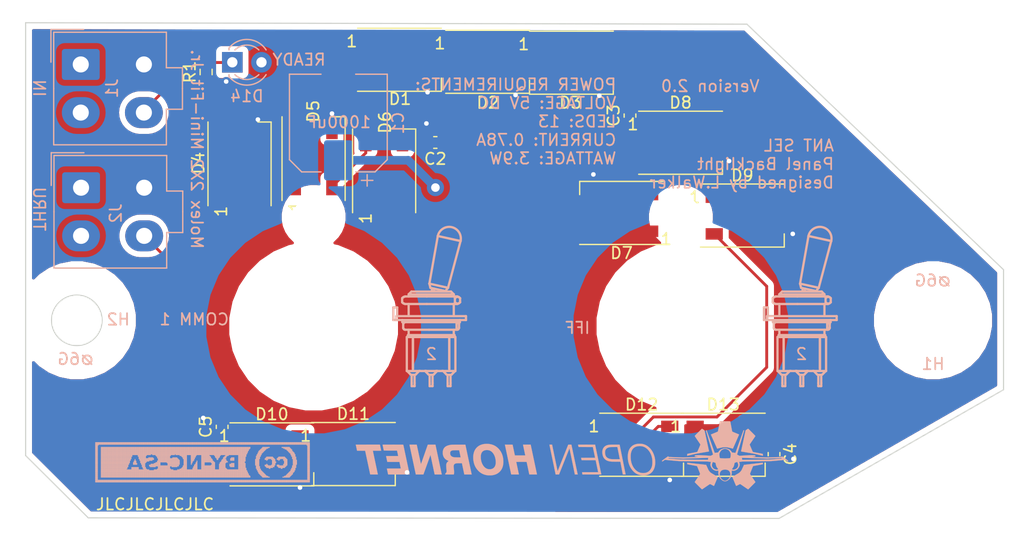
<source format=kicad_pcb>
(kicad_pcb (version 20171130) (host pcbnew "(5.1.6)-1")
  (layers (0 F.Cu signal) (31 B.Cu signal) (34 B.Paste user hide) (35 F.Paste user hide) (36 B.SilkS user) (37 F.SilkS user) (38 B.Mask user hide) (39 F.Mask user hide) (44 Edge.Cuts user))
  (net 0 "")
  (net 1 "Net-(D1-Pad2)")
  (net 2 "Net-(D2-Pad2)")
  (net 3 "Net-(D3-Pad2)")
  (net 4 "Net-(D4-Pad2)")
  (net 5 "Net-(D5-Pad2)")
  (net 6 "Net-(D6-Pad2)")
  (net 7 "Net-(D7-Pad2)")
  (net 8 "Net-(D8-Pad2)")
  (net 9 "Net-(D10-Pad4)")
  (net 10 "Net-(D10-Pad2)")
  (net 11 "Net-(D11-Pad2)")
  (net 12 "Net-(D12-Pad2)")
  (net 13 /LEDGND)
  (net 14 /LED+5V)
  (net 15 "Net-(D14-Pad1)")
  (net 16 /DATAIN)
  (net 17 /DATAOUT)
  (module OH_Backlighting:Molex_Mini-Fit_Jr_5566-04A_2x02_P4.20mm_Vertical (layer B.Cu) (at 82.43062 52.68976 270)
    (fp_text reference J2 (at 2.23524 -3.01938 90) (layer B.SilkS) (effects (justify mirror)))
    (fp_text value Conn_01x04_Female)
    (pad 4 thru_hole oval (at 4.2 -5.5 270) (size 2.7 3.3) (drill 1.4) (layers *.Cu *.Mask) (net 17 /DATAOUT))
    (pad 3 thru_hole oval (at 0 -5.5 270) (size 2.7 3.3) (drill 1.4) (layers *.Cu *.Mask) (net 13 /LEDGND))
    (pad 2 thru_hole oval (at 4.2 0 270) (size 2.7 3.3) (drill 1.4) (layers *.Cu *.Mask) (net 14 /LED+5V))
    (pad 1 thru_hole roundrect (at 0 0 270) (size 2.7 3.3) (drill 1.4) (layers *.Cu *.Mask) (roundrect_rratio 0.09259299999999999) (net 14 /LED+5V))
  )
  (module OH_Backlighting:Molex_Mini-Fit_Jr_5566-04A_2x02_P4.20mm_Vertical (layer B.Cu) (at 82.40522 41.93794 270)
    (fp_text reference J1 (at 2.08706 -2.71978 90) (layer B.SilkS) (effects (justify mirror)))
    (fp_text value Conn_01x04_Female)
    (pad 4 thru_hole oval (at 4.2 -5.5 270) (size 2.7 3.3) (drill 1.4) (layers *.Cu *.Mask) (net 16 /DATAIN))
    (pad 3 thru_hole oval (at 0 -5.5 270) (size 2.7 3.3) (drill 1.4) (layers *.Cu *.Mask) (net 13 /LEDGND))
    (pad 2 thru_hole oval (at 4.2 0 270) (size 2.7 3.3) (drill 1.4) (layers *.Cu *.Mask) (net 14 /LED+5V))
    (pad 1 thru_hole roundrect (at 0 0 270) (size 2.7 3.3) (drill 1.4) (layers *.Cu *.Mask) (roundrect_rratio 0.09259299999999999) (net 14 /LED+5V))
  )
  (module OH_General:CC-NC-SA_18mm_x_3.5mm (layer B.Cu) (at 102.362 74.88682 180)
    (fp_text reference CC-NC-SA_18mm_x_3.5mm hide)
    (fp_text value "" (at 0 0) (layer B.SilkS) (effects (font (size 1.27 1.27)) (justify mirror)))
  )
  (module OH_Backlighting:OH_Panel_6-32_PHS (layer F.Cu) (at 82.06057 64.255673)
    (fp_text reference 1 hide)
    (fp_text value OH_Panel_Fastner_Keepout hide)
    (fp_text user H2 (at 3.61363 -0.074953) (layer B.SilkS) (effects (justify mirror)))
    (fp_text user ⌀6G (at -0.07699 3.371827) (layer B.SilkS) (effects (justify mirror)))
    (pad "" np_thru_hole circle (at 0 0) (size 4.3 4.3) (drill 4.3) (layers *.Cu *.Mask) (clearance 3))
  )
  (module OH_Backlighting:OH_Panel_6-32_PHS (layer F.Cu) (at 156.67307 64.255673)
    (fp_text reference 2 hide)
    (fp_text value OH_Panel_Fastner_Keepout hide)
    (fp_text user H1 (at 0 3.81) (layer B.SilkS) (effects (justify mirror)))
    (fp_text user ⌀6G (at 0.00429 -3.473473) (layer B.SilkS) (effects (justify mirror)))
    (pad "" np_thru_hole circle (at 0 0) (size 4.3 4.3) (drill 4.3) (layers *.Cu *.Mask) (clearance 3))
  )
  (module OH_Backlighting:100SPX_Toggle_13mm_x_18mm (layer F.Cu) (at 102.69807 64.763673 180)
    (fp_text reference 4 hide)
    (fp_text value 100SPX_Toggle_13mm_x_18mm hide)
    (pad "" np_thru_hole circle (at 0 0 180) (size 12.7 12.7) (drill 12.7) (layers *.Mask B.Cu) (clearance 3))
    (pad "" np_thru_hole circle (at 0 0 180) (size 12.7 12.7) (drill 12.7) (layers *.Mask F.Cu) (clearance 1))
    (pad "" np_thru_hole circle (at 0 9.525 180) (size 3.572 3.572) (drill 3.572) (layers *.Cu *.Mask) (clearance 1))
  )
  (module OH_Backlighting:100SPX_Toggle_13mm_x_18mm (layer F.Cu) (at 134.70207 64.763673 180)
    (fp_text reference 3 hide)
    (fp_text value 100SPX_Toggle_13mm_x_18mm hide)
    (pad "" np_thru_hole circle (at 0 9.525 180) (size 3.572 3.572) (drill 3.572) (layers *.Cu *.Mask) (clearance 1))
    (pad "" np_thru_hole circle (at 0 0 180) (size 12.7 12.7) (drill 12.7) (layers *.Mask F.Cu) (clearance 1))
    (pad "" np_thru_hole circle (at 0 0 180) (size 12.7 12.7) (drill 12.7) (layers *.Mask B.Cu) (clearance 3))
  )
  (module Resistor_SMD:R_0603_1608Metric (layer F.Cu) (at 93.32722 42.5953 90)
    (fp_text reference R1 (at 0 -1.43 90) (layer F.SilkS))
    (fp_text value R)
    (pad 2 smd roundrect (at 0.825 0 90) (size 0.8 0.95) (layers F.Cu F.Paste F.Mask) (net 15 "Net-(D14-Pad1)"))
    (pad 1 smd roundrect (at -0.825 0 90) (size 0.8 0.95) (layers F.Cu F.Paste F.Mask) (net 13 /LEDGND))
  )
  (module Capacitor_SMD:C_0603_1608Metric (layer F.Cu) (at 94.72422 73.54794 90)
    (fp_text reference C5 (at 0 -1.43 90) (layer F.SilkS))
    (fp_text value C)
    (pad 2 smd roundrect (at 0.775 0 90) (size 0.9 0.95) (layers F.Cu F.Paste F.Mask) (net 13 /LEDGND))
    (pad 1 smd roundrect (at -0.775 0 90) (size 0.9 0.95) (layers F.Cu F.Paste F.Mask) (net 14 /LED+5V))
  )
  (module Capacitor_SMD:C_0603_1608Metric (layer F.Cu) (at 142.81658 75.92792 270)
    (fp_text reference C4 (at 0 -1.43 90) (layer F.SilkS))
    (fp_text value C)
    (pad 2 smd roundrect (at 0.775 0 270) (size 0.9 0.95) (layers F.Cu F.Paste F.Mask) (net 13 /LEDGND))
    (pad 1 smd roundrect (at -0.775 0 270) (size 0.9 0.95) (layers F.Cu F.Paste F.Mask) (net 14 /LED+5V))
  )
  (module Capacitor_SMD:C_0603_1608Metric (layer F.Cu) (at 130.2639 46.39788 90)
    (fp_text reference C3 (at 0 -1.43 90) (layer F.SilkS))
    (fp_text value C)
    (pad 2 smd roundrect (at 0.775 0 90) (size 0.9 0.95) (layers F.Cu F.Paste F.Mask) (net 13 /LEDGND))
    (pad 1 smd roundrect (at -0.775 0 90) (size 0.9 0.95) (layers F.Cu F.Paste F.Mask) (net 14 /LED+5V))
  )
  (module Capacitor_SMD:C_0603_1608Metric (layer F.Cu) (at 113.29924 48.74514 180)
    (fp_text reference C2 (at 0 -1.43) (layer F.SilkS))
    (fp_text value C)
    (pad 2 smd roundrect (at 0.775 0 180) (size 0.9 0.95) (layers F.Cu F.Paste F.Mask) (net 13 /LEDGND))
    (pad 1 smd roundrect (at -0.775 0 180) (size 0.9 0.95) (layers F.Cu F.Paste F.Mask) (net 14 /LED+5V))
  )
  (module "OH KiCAD_Libraries:OH_LOGO_37.7mm_5.9mm" (layer B.Cu) (at 125.21438 76.02728 180)
    (fp_text reference G3 hide)
    (fp_text value LOGO hide)
  )
  (module "Kicad Footprint Files:100SpxToggle" (layer F.Cu) (at 145.75 64.4)
    (fp_text reference G2 hide)
    (fp_text value LOGO hide)
  )
  (module "Kicad Footprint Files:100SpxToggle" (layer F.Cu) (at 113.45 64.4)
    (fp_text reference G1 hide)
    (fp_text value LOGO hide)
  )
  (module LED_THT:LED_D3.0mm (layer B.Cu) (at 95.61 41.75)
    (fp_text reference D14 (at 1.27 2.96) (layer B.SilkS) (effects (justify mirror)))
    (fp_text value LED)
    (pad 2 thru_hole circle (at 2.54 0) (size 1.8 1.8) (drill 0.9) (layers *.Cu *.Mask) (net 14 /LED+5V))
    (pad 1 thru_hole rect (at 0 0) (size 1.8 1.8) (drill 0.9) (layers *.Cu *.Mask) (net 15 "Net-(D14-Pad1)"))
  )
  (module LED_SMD:LED_WS2812B_PLCC4_5.0x5.0mm_P3.2mm (layer F.Cu) (at 138.3912 75.1076)
    (fp_text reference D13 (at 0 -3.5) (layer F.SilkS))
    (fp_text value WS2812B)
    (fp_text user 1 (at -4.15 -1.6) (layer F.SilkS))
    (pad 1 smd rect (at -2.45 -1.6) (size 1.5 1) (layers F.Cu F.Paste F.Mask) (net 14 /LED+5V))
    (pad 2 smd rect (at -2.45 1.6) (size 1.5 1) (layers F.Cu F.Paste F.Mask) (net 17 /DATAOUT))
    (pad 4 smd rect (at 2.45 -1.6) (size 1.5 1) (layers F.Cu F.Paste F.Mask) (net 12 "Net-(D12-Pad2)"))
    (pad 3 smd rect (at 2.45 1.6) (size 1.5 1) (layers F.Cu F.Paste F.Mask) (net 13 /LEDGND))
  )
  (module LED_SMD:LED_WS2812B_PLCC4_5.0x5.0mm_P3.2mm (layer F.Cu) (at 131.2792 75.1076)
    (fp_text reference D12 (at 0 -3.5) (layer F.SilkS))
    (fp_text value WS2812B)
    (fp_text user 1 (at -4.15 -1.6) (layer F.SilkS))
    (pad 1 smd rect (at -2.45 -1.6) (size 1.5 1) (layers F.Cu F.Paste F.Mask) (net 14 /LED+5V))
    (pad 2 smd rect (at -2.45 1.6) (size 1.5 1) (layers F.Cu F.Paste F.Mask) (net 12 "Net-(D12-Pad2)"))
    (pad 4 smd rect (at 2.45 -1.6) (size 1.5 1) (layers F.Cu F.Paste F.Mask) (net 11 "Net-(D11-Pad2)"))
    (pad 3 smd rect (at 2.45 1.6) (size 1.5 1) (layers F.Cu F.Paste F.Mask) (net 13 /LEDGND))
  )
  (module LED_SMD:LED_WS2812B_PLCC4_5.0x5.0mm_P3.2mm (layer F.Cu) (at 106.1602 75.9204)
    (fp_text reference D11 (at 0 -3.5) (layer F.SilkS))
    (fp_text value WS2812B)
    (fp_text user 1 (at -4.15 -1.6) (layer F.SilkS))
    (pad 1 smd rect (at -2.45 -1.6) (size 1.5 1) (layers F.Cu F.Paste F.Mask) (net 14 /LED+5V))
    (pad 2 smd rect (at -2.45 1.6) (size 1.5 1) (layers F.Cu F.Paste F.Mask) (net 11 "Net-(D11-Pad2)"))
    (pad 4 smd rect (at 2.45 -1.6) (size 1.5 1) (layers F.Cu F.Paste F.Mask) (net 10 "Net-(D10-Pad2)"))
    (pad 3 smd rect (at 2.45 1.6) (size 1.5 1) (layers F.Cu F.Paste F.Mask) (net 13 /LEDGND))
  )
  (module LED_SMD:LED_WS2812B_PLCC4_5.0x5.0mm_P3.2mm (layer F.Cu) (at 99.0602 75.946)
    (fp_text reference D10 (at 0 -3.5) (layer F.SilkS))
    (fp_text value WS2812B)
    (fp_text user 1 (at -4.15 -1.6) (layer F.SilkS))
    (pad 1 smd rect (at -2.45 -1.6) (size 1.5 1) (layers F.Cu F.Paste F.Mask) (net 14 /LED+5V))
    (pad 2 smd rect (at -2.45 1.6) (size 1.5 1) (layers F.Cu F.Paste F.Mask) (net 10 "Net-(D10-Pad2)"))
    (pad 4 smd rect (at 2.45 -1.6) (size 1.5 1) (layers F.Cu F.Paste F.Mask) (net 9 "Net-(D10-Pad4)"))
    (pad 3 smd rect (at 2.45 1.6) (size 1.5 1) (layers F.Cu F.Paste F.Mask) (net 13 /LEDGND))
  )
  (module LED_SMD:LED_WS2812B_PLCC4_5.0x5.0mm_P3.2mm (layer F.Cu) (at 140.0552 55.118)
    (fp_text reference D9 (at 0 -3.5) (layer F.SilkS))
    (fp_text value WS2812B)
    (fp_text user 1 (at -4.15 -1.6) (layer F.SilkS))
    (pad 1 smd rect (at -2.45 -1.6) (size 1.5 1) (layers F.Cu F.Paste F.Mask) (net 14 /LED+5V))
    (pad 2 smd rect (at -2.45 1.6) (size 1.5 1) (layers F.Cu F.Paste F.Mask) (net 9 "Net-(D10-Pad4)"))
    (pad 4 smd rect (at 2.45 -1.6) (size 1.5 1) (layers F.Cu F.Paste F.Mask) (net 8 "Net-(D8-Pad2)"))
    (pad 3 smd rect (at 2.45 1.6) (size 1.5 1) (layers F.Cu F.Paste F.Mask) (net 13 /LEDGND))
  )
  (module LED_SMD:LED_WS2812B_PLCC4_5.0x5.0mm_P3.2mm (layer F.Cu) (at 134.6712 48.768)
    (fp_text reference D8 (at 0 -3.5) (layer F.SilkS))
    (fp_text value WS2812B)
    (fp_text user 1 (at -4.15 -1.6) (layer F.SilkS))
    (pad 1 smd rect (at -2.45 -1.6) (size 1.5 1) (layers F.Cu F.Paste F.Mask) (net 14 /LED+5V))
    (pad 2 smd rect (at -2.45 1.6) (size 1.5 1) (layers F.Cu F.Paste F.Mask) (net 8 "Net-(D8-Pad2)"))
    (pad 4 smd rect (at 2.45 -1.6) (size 1.5 1) (layers F.Cu F.Paste F.Mask) (net 7 "Net-(D7-Pad2)"))
    (pad 3 smd rect (at 2.45 1.6) (size 1.5 1) (layers F.Cu F.Paste F.Mask) (net 13 /LEDGND))
  )
  (module LED_SMD:LED_WS2812B_PLCC4_5.0x5.0mm_P3.2mm (layer F.Cu) (at 129.5282 54.8892 180)
    (fp_text reference D7 (at 0 -3.5) (layer F.SilkS))
    (fp_text value WS2812B)
    (fp_text user 1 (at -3.8968 -2.2858) (layer F.SilkS))
    (pad 1 smd rect (at -2.45 -1.6 180) (size 1.5 1) (layers F.Cu F.Paste F.Mask) (net 14 /LED+5V))
    (pad 2 smd rect (at -2.45 1.6 180) (size 1.5 1) (layers F.Cu F.Paste F.Mask) (net 7 "Net-(D7-Pad2)"))
    (pad 4 smd rect (at 2.45 -1.6 180) (size 1.5 1) (layers F.Cu F.Paste F.Mask) (net 6 "Net-(D6-Pad2)"))
    (pad 3 smd rect (at 2.45 1.6 180) (size 1.5 1) (layers F.Cu F.Paste F.Mask) (net 13 /LEDGND))
  )
  (module LED_SMD:LED_WS2812B_PLCC4_5.0x5.0mm_P3.2mm (layer F.Cu) (at 108.8392 51.218 90)
    (fp_text reference D6 (at 4.228 0.0764 90) (layer F.SilkS))
    (fp_text value WS2812B)
    (fp_text user 1 (at -4.15 -1.6 90) (layer F.SilkS))
    (pad 1 smd rect (at -2.45 -1.6 90) (size 1.5 1) (layers F.Cu F.Paste F.Mask) (net 14 /LED+5V))
    (pad 2 smd rect (at -2.45 1.6 90) (size 1.5 1) (layers F.Cu F.Paste F.Mask) (net 6 "Net-(D6-Pad2)"))
    (pad 4 smd rect (at 2.45 -1.6 90) (size 1.5 1) (layers F.Cu F.Paste F.Mask) (net 5 "Net-(D5-Pad2)"))
    (pad 3 smd rect (at 2.45 1.6 90) (size 1.5 1) (layers F.Cu F.Paste F.Mask) (net 13 /LEDGND))
  )
  (module LED_SMD:LED_WS2812B_PLCC4_5.0x5.0mm_P3.2mm (layer F.Cu) (at 102.6922 50.1512 90)
    (fp_text reference D5 (at 4.1264 -0.0252 90) (layer F.SilkS))
    (fp_text value WS2812B)
    (fp_text user 1 (at -4.15 -1.6 90) (layer F.SilkS))
    (pad 1 smd rect (at -2.45 -1.6 90) (size 1.5 1) (layers F.Cu F.Paste F.Mask) (net 14 /LED+5V))
    (pad 2 smd rect (at -2.45 1.6 90) (size 1.5 1) (layers F.Cu F.Paste F.Mask) (net 5 "Net-(D5-Pad2)"))
    (pad 4 smd rect (at 2.45 -1.6 90) (size 1.5 1) (layers F.Cu F.Paste F.Mask) (net 4 "Net-(D4-Pad2)"))
    (pad 3 smd rect (at 2.45 1.6 90) (size 1.5 1) (layers F.Cu F.Paste F.Mask) (net 13 /LEDGND))
  )
  (module LED_SMD:LED_WS2812B_PLCC4_5.0x5.0mm_P3.2mm (layer F.Cu) (at 96.2408 50.6084 90)
    (fp_text reference D4 (at 0.0624 -3.5816 90) (layer F.SilkS))
    (fp_text value WS2812B)
    (fp_text user 1 (at -4.15 -1.6 90) (layer F.SilkS))
    (pad 1 smd rect (at -2.45 -1.6 90) (size 1.5 1) (layers F.Cu F.Paste F.Mask) (net 14 /LED+5V))
    (pad 2 smd rect (at -2.45 1.6 90) (size 1.5 1) (layers F.Cu F.Paste F.Mask) (net 4 "Net-(D4-Pad2)"))
    (pad 4 smd rect (at 2.45 -1.6 90) (size 1.5 1) (layers F.Cu F.Paste F.Mask) (net 3 "Net-(D3-Pad2)"))
    (pad 3 smd rect (at 2.45 1.6 90) (size 1.5 1) (layers F.Cu F.Paste F.Mask) (net 13 /LEDGND))
  )
  (module LED_SMD:LED_WS2812B_PLCC4_5.0x5.0mm_P3.2mm (layer F.Cu) (at 125.1592 41.7828)
    (fp_text reference D3 (at -0.0842 3.4922) (layer F.SilkS))
    (fp_text value WS2812B)
    (fp_text user 1 (at -4.15 -1.6) (layer F.SilkS))
    (pad 1 smd rect (at -2.45 -1.6) (size 1.5 1) (layers F.Cu F.Paste F.Mask) (net 14 /LED+5V))
    (pad 2 smd rect (at -2.45 1.6) (size 1.5 1) (layers F.Cu F.Paste F.Mask) (net 3 "Net-(D3-Pad2)"))
    (pad 4 smd rect (at 2.45 -1.6) (size 1.5 1) (layers F.Cu F.Paste F.Mask) (net 2 "Net-(D2-Pad2)"))
    (pad 3 smd rect (at 2.45 1.6) (size 1.5 1) (layers F.Cu F.Paste F.Mask) (net 13 /LEDGND))
  )
  (module LED_SMD:LED_WS2812B_PLCC4_5.0x5.0mm_P3.2mm (layer F.Cu) (at 117.8562 41.7068)
    (fp_text reference D2 (at 0.0188 3.5682) (layer F.SilkS))
    (fp_text value WS2812B)
    (fp_text user 1 (at -4.15 -1.6) (layer F.SilkS))
    (pad 1 smd rect (at -2.45 -1.6) (size 1.5 1) (layers F.Cu F.Paste F.Mask) (net 14 /LED+5V))
    (pad 2 smd rect (at -2.45 1.6) (size 1.5 1) (layers F.Cu F.Paste F.Mask) (net 2 "Net-(D2-Pad2)"))
    (pad 4 smd rect (at 2.45 -1.6) (size 1.5 1) (layers F.Cu F.Paste F.Mask) (net 1 "Net-(D1-Pad2)"))
    (pad 3 smd rect (at 2.45 1.6) (size 1.5 1) (layers F.Cu F.Paste F.Mask) (net 13 /LEDGND))
  )
  (module LED_SMD:LED_WS2812B_PLCC4_5.0x5.0mm_P3.2mm (layer F.Cu) (at 110.1732 41.5292)
    (fp_text reference D1 (at 0.0518 3.4208) (layer F.SilkS))
    (fp_text value WS2812B)
    (fp_text user 1 (at -4.15 -1.6) (layer F.SilkS))
    (pad 1 smd rect (at -2.45 -1.6) (size 1.5 1) (layers F.Cu F.Paste F.Mask) (net 14 /LED+5V))
    (pad 2 smd rect (at -2.45 1.6) (size 1.5 1) (layers F.Cu F.Paste F.Mask) (net 1 "Net-(D1-Pad2)"))
    (pad 4 smd rect (at 2.45 -1.6) (size 1.5 1) (layers F.Cu F.Paste F.Mask) (net 16 /DATAIN))
    (pad 3 smd rect (at 2.45 1.6) (size 1.5 1) (layers F.Cu F.Paste F.Mask) (net 13 /LEDGND))
  )
  (module Capacitor_SMD:CP_Elec_8x10 (layer B.Cu) (at 104.85 47.05 90)
    (fp_text reference C1 (at 0 5.2 90) (layer B.SilkS) (effects (justify mirror)))
    (fp_text value C_Polarized)
    (pad 2 smd roundrect (at 3.25 0 90) (size 3.5 2.5) (layers B.Cu B.Paste B.Mask) (roundrect_rratio 0.1) (net 13 /LEDGND))
    (pad 1 smd roundrect (at -3.25 0 90) (size 3.5 2.5) (layers B.Cu B.Paste B.Mask) (roundrect_rratio 0.1) (net 14 /LED+5V))
  )
  (gr_text JLCJLCJLCJLC (at 88.875 80.3) (layer F.SilkS) (effects (font (size 1 1))))
  (gr_text "POWER REQUIREMENTS:\nVOLTAGE: 5V DC\nLEDS: 13\nCURRENT: 0.78A\nWATTAGE: 3.9W" (at 129.159 46.9138) (layer B.SilkS) (effects (font (size 1 1)) (justify left mirror)))
  (gr_text 1000uF (at 104.9 46.975) (layer B.SilkS) (effects (font (size 1 1)) (justify mirror)))
  (gr_text READY (at 101.425 41.525) (layer B.SilkS) (effects (font (size 1 1)) (justify mirror)))
  (gr_text 2 (at 112.95 67.2) (layer B.SilkS) (effects (font (size 1 1)) (justify mirror)))
  (gr_text 2 (at 145.2 67.2) (layer B.SilkS) (effects (font (size 1 1)) (justify mirror)))
  (gr_line (start 77.6 38.3) (end 140.45 38.425) (layer Edge.Cuts) (width 0.1))
  (gr_text "Version 2.0" (at 137.25398 43.8277) (layer B.SilkS) (effects (font (size 1 1)) (justify mirror)))
  (gr_text IFF (at 125.6792 64.9224) (layer B.SilkS) (effects (font (size 1 1)) (justify mirror)))
  (gr_text "COMM 1" (at 92.2909 64.1731) (layer B.SilkS) (effects (font (size 1 1)) (justify mirror)))
  (gr_text "ANT SEL\nPanel Backlight\nDesigned by L.Walker" (at 148.13026 50.62728) (layer B.SilkS) (effects (font (size 1 1)) (justify left mirror)))
  (gr_text THRU (at 78.77556 54.54396 270) (layer B.SilkS) (effects (font (size 1 1)) (justify mirror)))
  (gr_text IN (at 78.77556 44.00296 270) (layer B.SilkS) (effects (font (size 1 1)) (justify mirror)))
  (gr_text "Molex 2X2 Mini-Fit Jr." (at 92.5195 49.3268 270) (layer B.SilkS) (effects (font (size 1 1)) (justify mirror)))
  (gr_line (start 77.6 76.05) (end 77.6 38.3) (layer Edge.Cuts) (width 0.1))
  (gr_line (start 83.058 81.4832) (end 77.6 76.05) (layer Edge.Cuts) (width 0.1))
  (gr_line (start 143.256 81.534) (end 83.058 81.4832) (layer Edge.Cuts) (width 0.1))
  (gr_line (start 162.814 70.3072) (end 143.256 81.534) (layer Edge.Cuts) (width 0.1))
  (gr_line (start 162.814 59.8424) (end 162.814 70.3072) (layer Edge.Cuts) (width 0.1))
  (gr_line (start 140.45 38.425) (end 162.814 59.8424) (layer Edge.Cuts) (width 0.1))
  (gr_circle (center 82.06057 64.255673) (end 84.21322 64.255673) (layer Edge.Cuts) (width 0.2))
  (segment (start 108.548201 42.304199) (end 107.7232 43.1292) (width 0.25) (layer F.Cu) (net 1))
  (segment (start 115.767621 42.304199) (end 108.548201 42.304199) (width 0.25) (layer F.Cu) (net 1))
  (segment (start 117.96502 40.1068) (end 115.767621 42.304199) (width 0.25) (layer F.Cu) (net 1))
  (segment (start 120.3062 40.1068) (end 117.96502 40.1068) (width 0.25) (layer F.Cu) (net 1))
  (segment (start 126.784199 39.357799) (end 127.6092 40.1828) (width 0.25) (layer F.Cu) (net 2))
  (segment (start 121.699199 39.357799) (end 126.784199 39.357799) (width 0.25) (layer F.Cu) (net 2))
  (segment (start 121.634199 39.422799) (end 121.699199 39.357799) (width 0.25) (layer F.Cu) (net 2))
  (segment (start 121.634199 40.613803) (end 121.634199 39.422799) (width 0.25) (layer F.Cu) (net 2))
  (segment (start 119.766203 42.481799) (end 121.634199 40.613803) (width 0.25) (layer F.Cu) (net 2))
  (segment (start 116.231201 42.481799) (end 119.766203 42.481799) (width 0.25) (layer F.Cu) (net 2))
  (segment (start 115.4062 43.3068) (end 116.231201 42.481799) (width 0.25) (layer F.Cu) (net 2))
  (segment (start 120.594081 45.497919) (end 122.7092 43.3828) (width 0.25) (layer F.Cu) (net 3))
  (segment (start 97.301281 45.497919) (end 120.594081 45.497919) (width 0.25) (layer F.Cu) (net 3))
  (segment (start 94.6408 48.1584) (end 97.301281 45.497919) (width 0.25) (layer F.Cu) (net 3))
  (segment (start 101.0922 49.807) (end 97.8408 53.0584) (width 0.25) (layer F.Cu) (net 4))
  (segment (start 101.0922 47.7012) (end 101.0922 49.807) (width 0.25) (layer F.Cu) (net 4))
  (segment (start 107.2392 49.6542) (end 104.2922 52.6012) (width 0.25) (layer F.Cu) (net 5))
  (segment (start 107.2392 48.768) (end 107.2392 49.6542) (width 0.25) (layer F.Cu) (net 5))
  (segment (start 113.2604 56.4892) (end 127.0782 56.4892) (width 0.25) (layer F.Cu) (net 6))
  (segment (start 110.4392 53.668) (end 113.2604 56.4892) (width 0.25) (layer F.Cu) (net 6))
  (segment (start 131.146199 52.457199) (end 131.9782 53.2892) (width 0.25) (layer F.Cu) (net 7))
  (segment (start 131.146199 49.607999) (end 131.146199 52.457199) (width 0.25) (layer F.Cu) (net 7))
  (segment (start 131.211199 49.542999) (end 131.146199 49.607999) (width 0.25) (layer F.Cu) (net 7))
  (segment (start 135.496201 49.542999) (end 131.211199 49.542999) (width 0.25) (layer F.Cu) (net 7))
  (segment (start 137.1212 47.918) (end 135.496201 49.542999) (width 0.25) (layer F.Cu) (net 7))
  (segment (start 137.1212 47.168) (end 137.1212 47.918) (width 0.25) (layer F.Cu) (net 7))
  (segment (start 141.680199 52.692999) (end 142.5052 53.518) (width 0.25) (layer F.Cu) (net 8))
  (segment (start 137.611197 52.692999) (end 141.680199 52.692999) (width 0.25) (layer F.Cu) (net 8))
  (segment (start 135.286198 50.368) (end 137.611197 52.692999) (width 0.25) (layer F.Cu) (net 8))
  (segment (start 132.2212 50.368) (end 135.286198 50.368) (width 0.25) (layer F.Cu) (net 8))
  (segment (start 109.620201 73.495399) (end 110.940502 74.8157) (width 0.25) (layer F.Cu) (net 9))
  (segment (start 107.600199 73.495399) (end 109.620201 73.495399) (width 0.25) (layer F.Cu) (net 9))
  (segment (start 101.5102 74.346) (end 102.309601 75.145401) (width 0.25) (layer F.Cu) (net 9))
  (segment (start 105.950197 75.145401) (end 107.600199 73.495399) (width 0.25) (layer F.Cu) (net 9))
  (segment (start 102.309601 75.145401) (end 105.950197 75.145401) (width 0.25) (layer F.Cu) (net 9))
  (segment (start 110.940502 74.8157) (end 130.175 74.8157) (width 0.25) (layer F.Cu) (net 9))
  (segment (start 142.177071 61.289871) (end 137.6052 56.718) (width 0.25) (layer F.Cu) (net 9))
  (segment (start 137.846146 72.682599) (end 142.177071 68.351674) (width 0.25) (layer F.Cu) (net 9))
  (segment (start 142.177071 68.351674) (end 142.177071 61.289871) (width 0.25) (layer F.Cu) (net 9))
  (segment (start 132.308101 72.682599) (end 137.846146 72.682599) (width 0.25) (layer F.Cu) (net 9))
  (segment (start 130.175 74.8157) (end 132.308101 72.682599) (width 0.25) (layer F.Cu) (net 9))
  (segment (start 96.6102 77.546) (end 97.47614 76.68006) (width 0.25) (layer F.Cu) (net 10))
  (segment (start 106.25054 76.68006) (end 108.6102 74.3204) (width 0.25) (layer F.Cu) (net 10))
  (segment (start 97.47614 76.68006) (end 106.25054 76.68006) (width 0.25) (layer F.Cu) (net 10))
  (segment (start 104.535201 78.345401) (end 103.7102 77.5204) (width 0.25) (layer F.Cu) (net 11))
  (segment (start 111.214799 78.345401) (end 104.535201 78.345401) (width 0.25) (layer F.Cu) (net 11))
  (segment (start 114.127611 75.432589) (end 111.214799 78.345401) (width 0.25) (layer F.Cu) (net 11))
  (segment (start 130.804211 75.432589) (end 114.127611 75.432589) (width 0.25) (layer F.Cu) (net 11))
  (segment (start 132.7292 73.5076) (end 130.804211 75.432589) (width 0.25) (layer F.Cu) (net 11))
  (segment (start 133.7292 73.5076) (end 132.7292 73.5076) (width 0.25) (layer F.Cu) (net 11))
  (segment (start 131.027801 78.906201) (end 128.8292 76.7076) (width 0.25) (layer F.Cu) (net 12))
  (segment (start 140.8412 74.2576) (end 136.192599 78.906201) (width 0.25) (layer F.Cu) (net 12))
  (segment (start 136.192599 78.906201) (end 131.027801 78.906201) (width 0.25) (layer F.Cu) (net 12))
  (segment (start 140.8412 73.5076) (end 140.8412 74.2576) (width 0.25) (layer F.Cu) (net 12))
  (segment (start 112.50138 48.768) (end 112.52424 48.74514) (width 0.6) (layer F.Cu) (net 13))
  (segment (start 110.4392 48.768) (end 112.50138 48.768) (width 0.6) (layer F.Cu) (net 13))
  (segment (start 112.52424 48.74514) (end 112.52424 47.08682) (width 0.6) (layer F.Cu) (net 13))
  (segment (start 112.52424 47.08682) (end 112.52424 47.08682) (width 0.6) (layer F.Cu) (net 13))
  (via (at 112.52424 47.08682) (size 0.8) (drill 0.4) (layers F.Cu B.Cu) (net 13))
  (segment (start 112.6232 43.1292) (end 112.6236 44.3611) (width 0.6) (layer F.Cu) (net 13))
  (segment (start 112.6236 44.3611) (end 112.6232 44.3607) (width 0.6) (layer F.Cu) (net 13))
  (via (at 112.6236 44.3611) (size 0.8) (drill 0.4) (layers F.Cu B.Cu) (net 13))
  (segment (start 120.3062 43.3068) (end 120.29186 44.6024) (width 0.6) (layer F.Cu) (net 13))
  (segment (start 120.29186 44.6024) (end 120.3062 44.58806) (width 0.6) (layer F.Cu) (net 13))
  (via (at 120.29186 44.6024) (size 0.8) (drill 0.4) (layers F.Cu B.Cu) (net 13))
  (segment (start 127.6092 43.3828) (end 127.58928 44.66336) (width 0.6) (layer F.Cu) (net 13))
  (segment (start 127.58928 44.66336) (end 127.6092 44.64344) (width 0.6) (layer F.Cu) (net 13))
  (via (at 127.58928 44.66336) (size 0.8) (drill 0.4) (layers F.Cu B.Cu) (net 13))
  (segment (start 128.5488 45.62288) (end 127.58928 44.66336) (width 0.6) (layer F.Cu) (net 13))
  (segment (start 130.2639 45.62288) (end 128.5488 45.62288) (width 0.6) (layer F.Cu) (net 13))
  (segment (start 137.1212 50.368) (end 138.89736 50.36058) (width 0.6) (layer F.Cu) (net 13))
  (segment (start 138.89736 50.36058) (end 138.88994 50.368) (width 0.6) (layer F.Cu) (net 13))
  (via (at 138.89736 50.36058) (size 0.8) (drill 0.4) (layers F.Cu B.Cu) (net 13))
  (segment (start 142.5052 56.718) (end 144.44726 56.71566) (width 0.6) (layer F.Cu) (net 13))
  (segment (start 144.44726 56.71566) (end 144.44492 56.718) (width 0.6) (layer F.Cu) (net 13))
  (via (at 144.44726 56.71566) (size 0.8) (drill 0.4) (layers F.Cu B.Cu) (net 13))
  (segment (start 142.8119 76.7076) (end 142.81658 76.70292) (width 0.6) (layer F.Cu) (net 13))
  (segment (start 140.8412 76.7076) (end 142.8119 76.7076) (width 0.6) (layer F.Cu) (net 13))
  (segment (start 133.7292 76.7076) (end 133.72846 78.1812) (width 0.6) (layer F.Cu) (net 13))
  (segment (start 133.72846 78.1812) (end 133.7292 78.18046) (width 0.6) (layer F.Cu) (net 13))
  (via (at 133.72846 78.1812) (size 0.8) (drill 0.4) (layers F.Cu B.Cu) (net 13))
  (segment (start 108.6102 77.5204) (end 110.83798 77.51826) (width 0.6) (layer F.Cu) (net 13))
  (segment (start 110.83798 77.51826) (end 110.83584 77.5204) (width 0.6) (layer F.Cu) (net 13))
  (via (at 110.83798 77.51826) (size 0.8) (drill 0.4) (layers F.Cu B.Cu) (net 13))
  (segment (start 101.5102 77.546) (end 101.5102 78.8425) (width 0.6) (layer F.Cu) (net 13))
  (segment (start 101.5102 78.8425) (end 101.5102 78.8425) (width 0.6) (layer F.Cu) (net 13))
  (via (at 101.5102 78.8425) (size 0.8) (drill 0.4) (layers F.Cu B.Cu) (net 13))
  (segment (start 94.72422 72.77294) (end 93.0783 72.771) (width 0.6) (layer F.Cu) (net 13))
  (segment (start 93.0783 72.771) (end 93.08024 72.77294) (width 0.6) (layer F.Cu) (net 13))
  (via (at 93.0783 72.771) (size 0.8) (drill 0.4) (layers F.Cu B.Cu) (net 13))
  (segment (start 97.8408 48.1584) (end 97.8408 46.74362) (width 0.6) (layer F.Cu) (net 13))
  (segment (start 97.8408 46.74362) (end 97.8408 46.74362) (width 0.6) (layer F.Cu) (net 13))
  (via (at 97.8408 46.74362) (size 0.8) (drill 0.4) (layers F.Cu B.Cu) (net 13))
  (segment (start 104.2922 47.7012) (end 104.29494 46.22292) (width 0.6) (layer F.Cu) (net 13))
  (segment (start 104.29494 46.22292) (end 104.2922 46.22566) (width 0.6) (layer F.Cu) (net 13))
  (via (at 104.29494 46.22292) (size 0.8) (drill 0.4) (layers F.Cu B.Cu) (net 13))
  (segment (start 127.0782 53.2892) (end 127.07366 51.53152) (width 0.6) (layer F.Cu) (net 13))
  (segment (start 127.07366 51.53152) (end 127.0782 51.53606) (width 0.6) (layer F.Cu) (net 13))
  (via (at 127.07366 51.53152) (size 0.8) (drill 0.4) (layers F.Cu B.Cu) (net 13))
  (segment (start 93.32722 43.4203) (end 95.07474 43.42638) (width 0.6) (layer F.Cu) (net 13))
  (segment (start 95.07474 43.42638) (end 95.06866 43.4203) (width 0.6) (layer F.Cu) (net 13))
  (via (at 95.07474 43.42638) (size 0.8) (drill 0.4) (layers F.Cu B.Cu) (net 13))
  (segment (start 142.81658 76.70292) (end 144.50568 76.34478) (width 0.6) (layer F.Cu) (net 13))
  (via (at 144.50568 76.34478) (size 0.8) (drill 0.4) (layers F.Cu B.Cu) (net 13))
  (segment (start 104.85 50.3) (end 104.85 50.91056) (width 0.75) (layer B.Cu) (net 14))
  (segment (start 104.85 50.3) (end 110.93234 50.3) (width 0.75) (layer B.Cu) (net 14))
  (segment (start 110.93234 50.3) (end 113.3094 52.67706) (width 0.75) (layer B.Cu) (net 14))
  (segment (start 113.3094 52.67706) (end 113.3094 52.67706) (width 0.75) (layer B.Cu) (net 14))
  (via (at 113.3094 52.67706) (size 1.5) (drill 0.75) (layers F.Cu B.Cu) (net 14))
  (segment (start 95.5897 41.7703) (end 95.61 41.75) (width 0.25) (layer F.Cu) (net 15))
  (segment (start 93.32722 41.7703) (end 95.5897 41.7703) (width 0.25) (layer F.Cu) (net 15))
  (segment (start 110.798199 39.104199) (end 94.775843 39.104199) (width 0.25) (layer F.Cu) (net 16))
  (segment (start 87.95094 45.929102) (end 87.95094 47.0625) (width 0.25) (layer F.Cu) (net 16))
  (segment (start 111.6232 39.9292) (end 110.798199 39.104199) (width 0.25) (layer F.Cu) (net 16))
  (segment (start 112.6232 39.9292) (end 111.6232 39.9292) (width 0.25) (layer F.Cu) (net 16))
  (segment (start 87.90522 45.974822) (end 87.90522 46.13794) (width 0.25) (layer F.Cu) (net 16))
  (segment (start 94.775843 39.104199) (end 87.90522 45.974822) (width 0.25) (layer F.Cu) (net 16))
  (segment (start 91.11742 60.07656) (end 87.93062 56.88976) (width 0.25) (layer F.Cu) (net 17))
  (segment (start 91.11742 80.0989) (end 91.11742 60.07656) (width 0.25) (layer F.Cu) (net 17))
  (segment (start 135.9412 77.084598) (end 134.739201 75.882599) (width 0.25) (layer F.Cu) (net 17))
  (segment (start 135.9412 76.7076) (end 135.9412 77.084598) (width 0.25) (layer F.Cu) (net 17))
  (segment (start 127.819199 75.882599) (end 123.602898 80.0989) (width 0.25) (layer F.Cu) (net 17))
  (segment (start 123.602898 80.0989) (end 91.11742 80.0989) (width 0.25) (layer F.Cu) (net 17))
  (segment (start 134.739201 75.882599) (end 127.819199 75.882599) (width 0.25) (layer F.Cu) (net 17))
  (zone (net 14) (net_name /LED+5V) (layer F.Cu) (connect_pads yes (clearance 0.508)) (min_thickness 0.254) (fill yes (arc_segments 32) (thermal_gap 0.508) (thermal_bridge_width 0.508))
    (polygon (pts (xy 164.211 38.29558) (xy 164.60724 83.77682) (xy 75.62088 82.52714) (xy 76.69784 38.0111)))
  )
  (zone (net 13) (net_name /LEDGND) (layer B.Cu) (connect_pads yes (clearance 0.508)) (min_thickness 0.254) (fill yes (arc_segments 32) (thermal_gap 0.508) (thermal_bridge_width 0.508))
    (polygon (pts (xy 163.8427 37.66566) (xy 164.3888 82.70494) (xy 75.74026 82.296) (xy 75.36688 36.71316)))
  )
)
</source>
